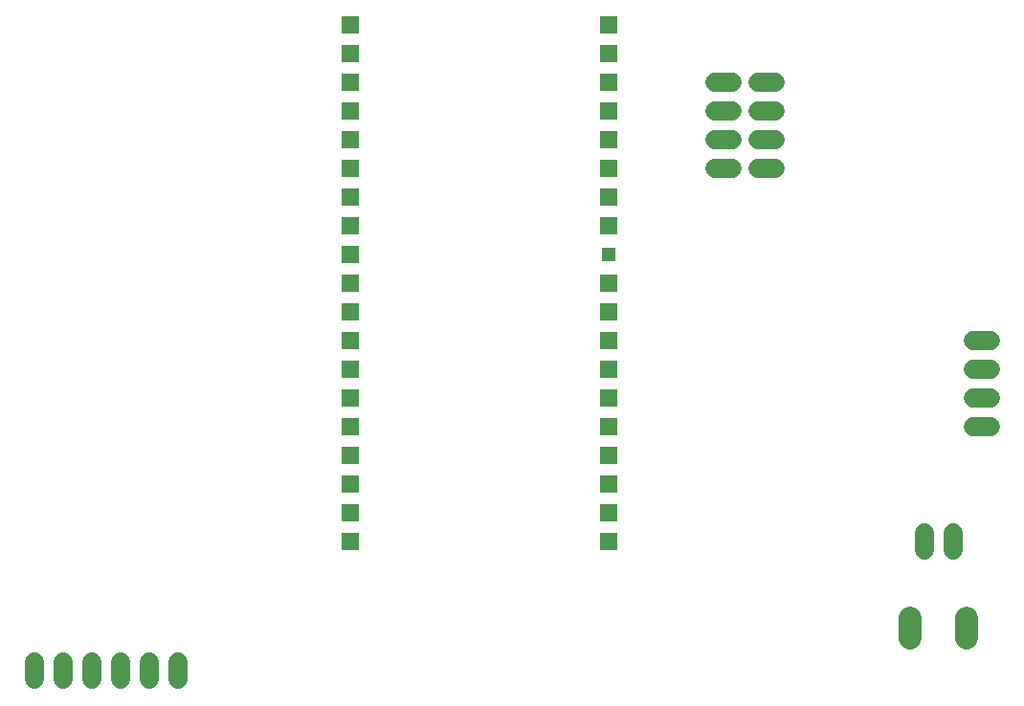
<source format=gbr>
G04 EAGLE Gerber RS-274X export*
G75*
%MOMM*%
%FSLAX34Y34*%
%LPD*%
%INSoldermask Top*%
%IPPOS*%
%AMOC8*
5,1,8,0,0,1.08239X$1,22.5*%
G01*
%ADD10R,1.561200X1.561200*%
%ADD11R,1.311200X1.311200*%
%ADD12C,1.727200*%
%ADD13C,1.993900*%


D10*
X368300Y177800D03*
X368300Y203200D03*
X368300Y228600D03*
X368300Y254000D03*
X368300Y279400D03*
X368300Y304800D03*
X368300Y330200D03*
X368300Y355600D03*
X368300Y381000D03*
X368300Y406400D03*
X368300Y431800D03*
X368300Y457200D03*
X368300Y482600D03*
X368300Y508000D03*
X368300Y533400D03*
X368300Y558800D03*
X368300Y584200D03*
X368300Y609600D03*
X368300Y635000D03*
X596900Y177800D03*
X596900Y203200D03*
X596900Y228600D03*
X596900Y254000D03*
X596900Y279400D03*
X596900Y304800D03*
X596900Y330200D03*
X596900Y355600D03*
X596900Y381000D03*
X596900Y406400D03*
D11*
X596900Y431800D03*
D10*
X596900Y457200D03*
X596900Y482600D03*
X596900Y508000D03*
X596900Y533400D03*
X596900Y558800D03*
X596900Y584200D03*
X596900Y609600D03*
X596900Y635000D03*
D12*
X690880Y584200D02*
X706120Y584200D01*
X706120Y558800D02*
X690880Y558800D01*
X690880Y533400D02*
X706120Y533400D01*
X706120Y508000D02*
X690880Y508000D01*
X728980Y508000D02*
X744220Y508000D01*
X744220Y533400D02*
X728980Y533400D01*
X728980Y558800D02*
X744220Y558800D01*
X744220Y584200D02*
X728980Y584200D01*
X919480Y355600D02*
X934720Y355600D01*
X934720Y330200D02*
X919480Y330200D01*
X919480Y304800D02*
X934720Y304800D01*
X934720Y279400D02*
X919480Y279400D01*
X88900Y71120D02*
X88900Y55880D01*
X114300Y55880D02*
X114300Y71120D01*
X139700Y71120D02*
X139700Y55880D01*
X165100Y55880D02*
X165100Y71120D01*
X190500Y71120D02*
X190500Y55880D01*
X215900Y55880D02*
X215900Y71120D01*
D13*
X864000Y92647D02*
X864000Y110554D01*
X914000Y110554D02*
X914000Y92647D01*
D12*
X876300Y170180D02*
X876300Y185420D01*
X901700Y185420D02*
X901700Y170180D01*
M02*

</source>
